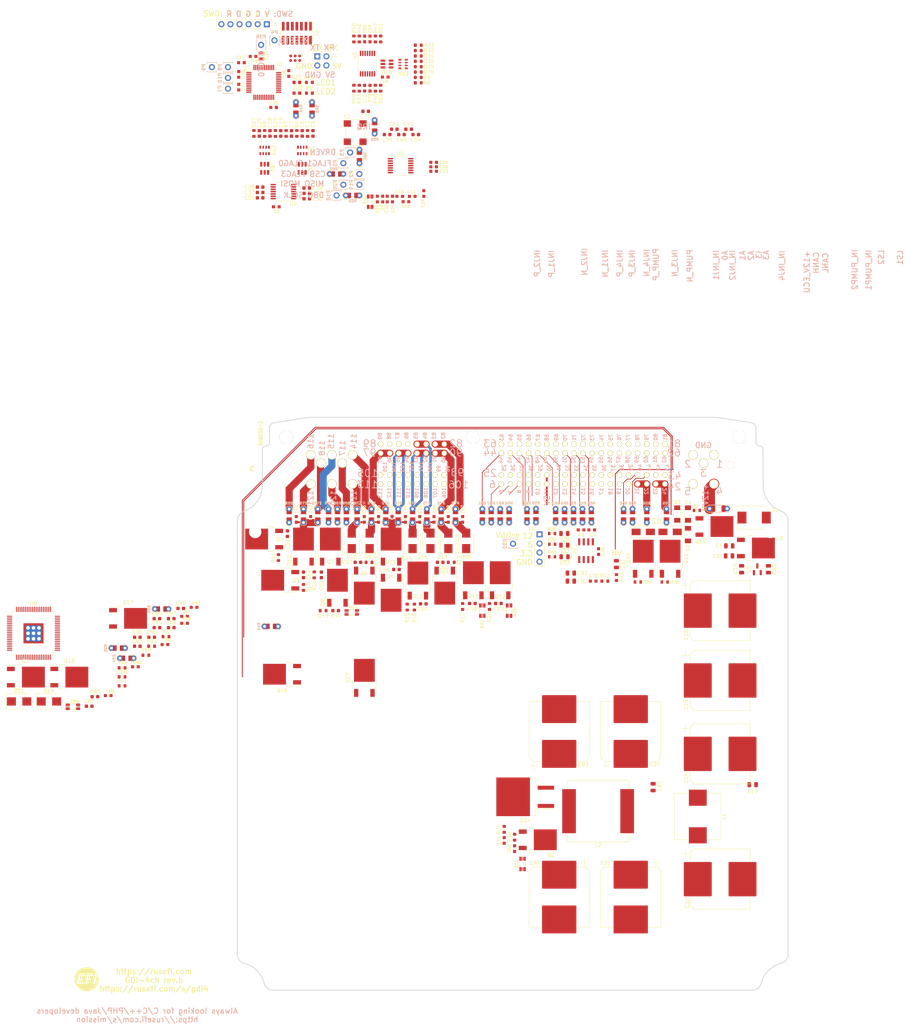
<source format=kicad_pcb>
(kicad_pcb (version 20211014) (generator pcbnew)

  (general
    (thickness 1.6)
  )

  (paper "A")
  (title_block
    (title "GDI 4ch")
    (date "2022-06-03")
    (rev "Rev. b")
    (company "http://rusefi.com/")
  )

  (layers
    (0 "F.Cu" signal)
    (1 "In1.Cu" power "GND")
    (2 "In2.Cu" power "PWR")
    (31 "B.Cu" signal)
    (32 "B.Adhes" user "B.Adhesive")
    (33 "F.Adhes" user "F.Adhesive")
    (34 "B.Paste" user)
    (35 "F.Paste" user)
    (36 "B.SilkS" user "B.Silkscreen")
    (37 "F.SilkS" user "F.Silkscreen")
    (38 "B.Mask" user)
    (39 "F.Mask" user)
    (40 "Dwgs.User" user "User.Drawings")
    (41 "Cmts.User" user "User.Comments")
    (42 "Eco1.User" user "User.Eco1")
    (43 "Eco2.User" user "User.Eco2")
    (44 "Edge.Cuts" user)
    (45 "Margin" user)
    (46 "B.CrtYd" user "B.Courtyard")
    (47 "F.CrtYd" user "F.Courtyard")
    (48 "B.Fab" user)
    (49 "F.Fab" user)
  )

  (setup
    (stackup
      (layer "F.SilkS" (type "Top Silk Screen"))
      (layer "F.Paste" (type "Top Solder Paste"))
      (layer "F.Mask" (type "Top Solder Mask") (thickness 0.01))
      (layer "F.Cu" (type "copper") (thickness 0.035))
      (layer "dielectric 1" (type "core") (thickness 0.48) (material "FR4") (epsilon_r 4.5) (loss_tangent 0.02))
      (layer "In1.Cu" (type "copper") (thickness 0.035))
      (layer "dielectric 2" (type "prepreg") (thickness 0.48) (material "FR4") (epsilon_r 4.5) (loss_tangent 0.02))
      (layer "In2.Cu" (type "copper") (thickness 0.035))
      (layer "dielectric 3" (type "core") (thickness 0.48) (material "FR4") (epsilon_r 4.5) (loss_tangent 0.02))
      (layer "B.Cu" (type "copper") (thickness 0.035))
      (layer "B.Mask" (type "Bottom Solder Mask") (thickness 0.01))
      (layer "B.Paste" (type "Bottom Solder Paste"))
      (layer "B.SilkS" (type "Bottom Silk Screen"))
      (copper_finish "None")
      (dielectric_constraints no)
    )
    (pad_to_mask_clearance 0.0762)
    (aux_axis_origin 70 144)
    (pcbplotparams
      (layerselection 0x00010f0_ffffffff)
      (disableapertmacros false)
      (usegerberextensions true)
      (usegerberattributes true)
      (usegerberadvancedattributes false)
      (creategerberjobfile false)
      (svguseinch false)
      (svgprecision 6)
      (excludeedgelayer true)
      (plotframeref false)
      (viasonmask false)
      (mode 1)
      (useauxorigin false)
      (hpglpennumber 1)
      (hpglpenspeed 20)
      (hpglpendiameter 15.000000)
      (dxfpolygonmode true)
      (dxfimperialunits true)
      (dxfusepcbnewfont true)
      (psnegative false)
      (psa4output false)
      (plotreference true)
      (plotvalue false)
      (plotinvisibletext false)
      (sketchpadsonfab false)
      (subtractmaskfromsilk false)
      (outputformat 1)
      (mirror false)
      (drillshape 0)
      (scaleselection 1)
      (outputdirectory "gerber/")
    )
  )

  (net 0 "")
  (net 1 "GND")
  (net 2 "unconnected-(P1-Pad3)")
  (net 3 "unconnected-(P1-Pad5)")
  (net 4 "unconnected-(P1-Pad10)")
  (net 5 "/OUT_PUMP_N")
  (net 6 "unconnected-(P1-Pad12)")
  (net 7 "unconnected-(P1-Pad13)")
  (net 8 "unconnected-(P1-Pad14)")
  (net 9 "unconnected-(P1-Pad15)")
  (net 10 "unconnected-(P1-Pad16)")
  (net 11 "unconnected-(P1-Pad17)")
  (net 12 "unconnected-(P1-Pad18)")
  (net 13 "unconnected-(P1-Pad19)")
  (net 14 "unconnected-(P1-Pad20)")
  (net 15 "unconnected-(P1-Pad25)")
  (net 16 "unconnected-(P1-Pad26)")
  (net 17 "unconnected-(P1-Pad27)")
  (net 18 "unconnected-(P1-Pad28)")
  (net 19 "unconnected-(P1-Pad29)")
  (net 20 "/OUT_PUMP_P")
  (net 21 "unconnected-(P1-Pad31)")
  (net 22 "unconnected-(P1-Pad32)")
  (net 23 "unconnected-(P1-Pad33)")
  (net 24 "unconnected-(P1-Pad34)")
  (net 25 "unconnected-(P1-Pad35)")
  (net 26 "unconnected-(P1-Pad36)")
  (net 27 "unconnected-(P1-Pad37)")
  (net 28 "unconnected-(P1-Pad38)")
  (net 29 "unconnected-(P1-Pad39)")
  (net 30 "+3V3")
  (net 31 "unconnected-(P1-Pad42)")
  (net 32 "unconnected-(P1-Pad43)")
  (net 33 "unconnected-(P1-Pad50)")
  (net 34 "unconnected-(P1-Pad54)")
  (net 35 "unconnected-(P1-Pad55)")
  (net 36 "unconnected-(P1-Pad56)")
  (net 37 "unconnected-(P1-Pad57)")
  (net 38 "unconnected-(P1-Pad58)")
  (net 39 "unconnected-(P1-Pad59)")
  (net 40 "unconnected-(P1-Pad60)")
  (net 41 "unconnected-(P1-Pad61)")
  (net 42 "unconnected-(P1-Pad62)")
  (net 43 "unconnected-(P1-Pad63)")
  (net 44 "unconnected-(P1-Pad64)")
  (net 45 "unconnected-(P1-Pad65)")
  (net 46 "unconnected-(P1-Pad66)")
  (net 47 "unconnected-(P1-Pad67)")
  (net 48 "unconnected-(P1-Pad68)")
  (net 49 "unconnected-(P1-Pad69)")
  (net 50 "unconnected-(P1-Pad70)")
  (net 51 "unconnected-(P1-Pad71)")
  (net 52 "unconnected-(P1-Pad72)")
  (net 53 "unconnected-(P1-Pad73)")
  (net 54 "unconnected-(P1-Pad74)")
  (net 55 "unconnected-(P1-Pad75)")
  (net 56 "unconnected-(P1-Pad76)")
  (net 57 "unconnected-(P1-Pad77)")
  (net 58 "unconnected-(P1-Pad78)")
  (net 59 "unconnected-(P1-Pad79)")
  (net 60 "unconnected-(P1-Pad80)")
  (net 61 "unconnected-(P1-Pad81)")
  (net 62 "unconnected-(P1-Pad86)")
  (net 63 "unconnected-(P1-Pad87)")
  (net 64 "unconnected-(P1-Pad88)")
  (net 65 "unconnected-(P1-Pad89)")
  (net 66 "unconnected-(P1-Pad98)")
  (net 67 "unconnected-(P1-Pad99)")
  (net 68 "unconnected-(P1-Pad100)")
  (net 69 "unconnected-(P1-Pad101)")
  (net 70 "unconnected-(P1-Pad102)")
  (net 71 "unconnected-(P1-Pad103)")
  (net 72 "unconnected-(P1-Pad104)")
  (net 73 "unconnected-(P1-Pad105)")
  (net 74 "unconnected-(P1-Pad106)")
  (net 75 "unconnected-(P1-Pad107)")
  (net 76 "unconnected-(P1-Pad108)")
  (net 77 "unconnected-(P1-Pad109)")
  (net 78 "unconnected-(P1-Pad110)")
  (net 79 "unconnected-(P1-Pad111)")
  (net 80 "unconnected-(P1-Pad112)")
  (net 81 "unconnected-(P1-Pad113)")
  (net 82 "/CAN_H")
  (net 83 "/CAN_L")
  (net 84 "+BATT")
  (net 85 "/IN_INJ1")
  (net 86 "/IN_INJ2")
  (net 87 "/IN_INJ3")
  (net 88 "+5V")
  (net 89 "Net-(C32-Pad2)")
  (net 90 "Net-(C10-Pad2)")
  (net 91 "Net-(C11-Pad2)")
  (net 92 "Net-(C13-Pad2)")
  (net 93 "/IN_PUMP1")
  (net 94 "/IN_INJ4")
  (net 95 "/VCCP")
  (net 96 "Vdrive")
  (net 97 "/IN_PUMP2")
  (net 98 "Net-(C30-Pad2)")
  (net 99 "Net-(C35-Pad2)")
  (net 100 "Net-(C36-Pad2)")
  (net 101 "Net-(C37-Pad2)")
  (net 102 "Net-(C38-Pad2)")
  (net 103 "Net-(C39-Pad1)")
  (net 104 "Net-(C39-Pad2)")
  (net 105 "Net-(C40-Pad1)")
  (net 106 "Net-(C40-Pad2)")
  (net 107 "Net-(C41-Pad1)")
  (net 108 "/H1")
  (net 109 "Net-(C42-Pad1)")
  (net 110 "/H3")
  (net 111 "/L1")
  (net 112 "/L2")
  (net 113 "/L3")
  (net 114 "/L4")
  (net 115 "Net-(C51-Pad2)")
  (net 116 "Net-(C52-Pad2)")
  (net 117 "Net-(C53-Pad2)")
  (net 118 "Net-(C54-Pad2)")
  (net 119 "Net-(C55-Pad2)")
  (net 120 "Net-(C56-Pad2)")
  (net 121 "Net-(C57-Pad2)")
  (net 122 "Net-(C58-Pad2)")
  (net 123 "Net-(C59-Pad2)")
  (net 124 "Net-(C60-Pad2)")
  (net 125 "Net-(C61-Pad2)")
  (net 126 "/H5")
  (net 127 "Net-(C62-Pad2)")
  (net 128 "Net-(C63-Pad2)")
  (net 129 "Net-(C64-Pad1)")
  (net 130 "/L5")
  (net 131 "Net-(C73-Pad2)")
  (net 132 "Net-(C74-Pad2)")
  (net 133 "Net-(D1-Pad1)")
  (net 134 "Net-(D2-Pad2)")
  (net 135 "Net-(D3-Pad2)")
  (net 136 "Net-(D4-Pad2)")
  (net 137 "/OUT_LS1")
  (net 138 "/OUT_LS2")
  (net 139 "unconnected-(D8-Pad1)")
  (net 140 "unconnected-(D8-Pad3)")
  (net 141 "Net-(D20-Pad1)")
  (net 142 "Net-(D20-Pad2)")
  (net 143 "Net-(D21-Pad1)")
  (net 144 "/LED_GREEN")
  (net 145 "Net-(D28-Pad2)")
  (net 146 "Net-(D32-Pad2)")
  (net 147 "Net-(D33-Pad2)")
  (net 148 "Net-(F1-Pad1)")
  (net 149 "/UART_TX")
  (net 150 "/UART_RX")
  (net 151 "unconnected-(J2-Pad1)")
  (net 152 "unconnected-(J2-Pad2)")
  (net 153 "/SWDIO")
  (net 154 "/SWCLK")
  (net 155 "/SWO")
  (net 156 "unconnected-(J2-Pad9)")
  (net 157 "unconnected-(J2-Pad10)")
  (net 158 "/nRESET")
  (net 159 "unconnected-(J3-Pad6)")
  (net 160 "unconnected-(J4-Pad6)")
  (net 161 "Net-(P1-Pad6)")
  (net 162 "Net-(P1-Pad7)")
  (net 163 "Net-(P1-Pad8)")
  (net 164 "Net-(P1-Pad9)")
  (net 165 "Net-(P1-Pad21)")
  (net 166 "Net-(P1-Pad23)")
  (net 167 "Net-(P1-Pad40)")
  (net 168 "Net-(P1-Pad41)")
  (net 169 "Net-(P1-Pad44)")
  (net 170 "Net-(P1-Pad45)")
  (net 171 "Net-(P1-Pad46)")
  (net 172 "Net-(P1-Pad47)")
  (net 173 "Net-(P1-Pad48)")
  (net 174 "Net-(P1-Pad49)")
  (net 175 "Net-(P1-Pad51)")
  (net 176 "Net-(P1-Pad52)")
  (net 177 "Net-(P1-Pad53)")
  (net 178 "/OUT_INJ3_N")
  (net 179 "/OUT_INJ4_N")
  (net 180 "/OUT_INJ3_P")
  (net 181 "/OUT_INJ4_P")
  (net 182 "/OUT_INJ1_N")
  (net 183 "/H7")
  (net 184 "/L7")
  (net 185 "/IN_INJ5")
  (net 186 "/OUT_INJ1_P")
  (net 187 "/OUT_INJ2_N")
  (net 188 "/IN_INJ6")
  (net 189 "/OUT_INJ2_P")
  (net 190 "/CSB")
  (net 191 "/DRVEN")
  (net 192 "/RESETB")
  (net 193 "/FLAG_0")
  (net 194 "Net-(C87-Pad2)")
  (net 195 "Net-(P7-Pad1)")
  (net 196 "Net-(P8-Pad1)")
  (net 197 "Net-(P9-Pad1)")
  (net 198 "Net-(P10-Pad1)")
  (net 199 "Net-(C88-Pad2)")
  (net 200 "Net-(R44-Pad2)")
  (net 201 "Net-(R55-Pad2)")
  (net 202 "Net-(R80-Pad1)")
  (net 203 "/IRQ")
  (net 204 "Net-(R81-Pad1)")
  (net 205 "/FLAG_1")
  (net 206 "/SCLK")
  (net 207 "/MISO")
  (net 208 "/MOSI")
  (net 209 "Net-(R82-Pad1)")
  (net 210 "/FLAG_2")
  (net 211 "Net-(R83-Pad1)")
  (net 212 "/DBG")
  (net 213 "/L6")
  (net 214 "/LS1")
  (net 215 "/LS2")
  (net 216 "/IN_A0")
  (net 217 "Net-(R10-Pad1)")
  (net 218 "Net-(R11-Pad1)")
  (net 219 "Net-(R13-Pad1)")
  (net 220 "Net-(R14-Pad1)")
  (net 221 "Net-(R15-Pad1)")
  (net 222 "Net-(R16-Pad1)")
  (net 223 "Net-(R17-Pad1)")
  (net 224 "Net-(R18-Pad1)")
  (net 225 "Net-(R19-Pad1)")
  (net 226 "Net-(R20-Pad1)")
  (net 227 "Net-(R24-Pad2)")
  (net 228 "/IN_A1")
  (net 229 "/IN_A2")
  (net 230 "/IN_A3")
  (net 231 "unconnected-(Y2-Pad1)")
  (net 232 "/A0")
  (net 233 "Net-(R46-Pad2)")
  (net 234 "/A1")
  (net 235 "Net-(R47-Pad2)")
  (net 236 "/A2")
  (net 237 "Net-(R48-Pad2)")
  (net 238 "/A3")
  (net 239 "Net-(R49-Pad2)")
  (net 240 "/Boot0")
  (net 241 "Net-(C93-Pad1)")
  (net 242 "Net-(C93-Pad2)")
  (net 243 "Net-(C94-Pad2)")
  (net 244 "Net-(C95-Pad1)")
  (net 245 "/CLK")
  (net 246 "/START1")
  (net 247 "/START2")
  (net 248 "/START3")
  (net 249 "/START4")
  (net 250 "/START5")
  (net 251 "/START6")
  (net 252 "/OA_1")
  (net 253 "/OA_2")
  (net 254 "/CAN_TX")
  (net 255 "/CAN_RX")
  (net 256 "Net-(C10-Pad1)")
  (net 257 "Net-(C11-Pad1)")
  (net 258 "Net-(C13-Pad1)")
  (net 259 "Net-(C24-Pad1)")
  (net 260 "Net-(C24-Pad2)")
  (net 261 "/Vdrive_coil")
  (net 262 "/+Batt_filtered")
  (net 263 "/Vdrive_shunt")
  (net 264 "Net-(C54-Pad1)")
  (net 265 "Net-(C58-Pad1)")
  (net 266 "Net-(C63-Pad1)")
  (net 267 "Net-(C66-Pad2)")
  (net 268 "Net-(C69-Pad2)")
  (net 269 "Net-(C70-Pad2)")
  (net 270 "Net-(C72-Pad2)")
  (net 271 "Net-(D31-Pad2)")
  (net 272 "unconnected-(R45-Pad2)")
  (net 273 "unconnected-(R45-Pad3)")
  (net 274 "Net-(C95-Pad2)")
  (net 275 "Net-(C96-Pad2)")
  (net 276 "Net-(C97-Pad1)")
  (net 277 "Net-(C98-Pad1)")
  (net 278 "Net-(C99-Pad1)")
  (net 279 "Net-(C99-Pad2)")
  (net 280 "/OUT_INJ6_N")
  (net 281 "/OUT_INJ5_P")
  (net 282 "/OUT_INJ5_N")
  (net 283 "/OUT_INJ6_P")
  (net 284 "Net-(R91-Pad1)")
  (net 285 "Net-(R92-Pad1)")
  (net 286 "Net-(R93-Pad1)")
  (net 287 "Net-(R94-Pad1)")
  (net 288 "Net-(R95-Pad1)")
  (net 289 "/FLAG_4")
  (net 290 "Net-(R96-Pad1)")
  (net 291 "/FLAG_3")
  (net 292 "/START7")
  (net 293 "/START8")
  (net 294 "unconnected-(U1-Pad6)")
  (net 295 "unconnected-(U1-Pad8)")
  (net 296 "unconnected-(U1-Pad10)")
  (net 297 "unconnected-(U1-Pad12)")
  (net 298 "/OA_3")

  (footprint "hellen-one-common:PAD-0805-PAD" (layer "F.Cu") (at 128 53.5 -90))

  (footprint "Diode_SMD:D_SMB" (layer "F.Cu") (at 124 60.5 90))

  (footprint "Capacitor_SMD:C_0603_1608Metric" (layer "F.Cu") (at 122.9 -54.475 180))

  (footprint "Capacitor_SMD:C_0603_1608Metric" (layer "F.Cu") (at 81.375 -35.3))

  (footprint "kicad6-libraries:Shunt_1206" (layer "F.Cu") (at 151 80 -90))

  (footprint "hellen-one-common:PAD-TH" (layer "F.Cu") (at 104.65 -38.975 90))

  (footprint "hellen-one-common:PAD-0805-PAD" (layer "F.Cu") (at 103 53.5 -90))

  (footprint "Resistor_SMD:R_0603_1608Metric" (layer "F.Cu") (at 145.5 78.825 90))

  (footprint "Resistor_SMD:R_0603_1608Metric" (layer "F.Cu") (at 149.625 141.075 90))

  (footprint "hellen-one-common:C0603" (layer "F.Cu") (at 152.525 146.475 90))

  (footprint "hellen-one-common:PAD-0805-PAD" (layer "F.Cu") (at 105.5 53.5 -90))

  (footprint "hellen-one-common:PAD-0805-PAD" (layer "F.Cu") (at 174 53.5 -90))

  (footprint "Resistor_SMD:R_0603_1608Metric" (layer "F.Cu") (at 107.6 -79.6875 -90))

  (footprint "hellen-one-common:PAD-0805-PAD" (layer "F.Cu") (at 95.9 -60.145 90))

  (footprint "Package_TO_SOT_SMD:TO-252-2" (layer "F.Cu") (at 44.45 82.15))

  (footprint "kicad6-libraries:rusefi_logo" (layer "F.Cu") (at 32.9 183))

  (footprint "Diode_SMD:D_SMB" (layer "F.Cu") (at 129 60.5 -90))

  (footprint "hellen-one-common:C0603" (layer "F.Cu") (at 116.9 -34.975 90))

  (footprint "Resistor_SMD:R_0603_1608Metric" (layer "F.Cu") (at 109.1 -65.9375 -90))

  (footprint "hellen-one-common:C0603" (layer "F.Cu") (at 176 63.5 -90))

  (footprint "Resistor_SMD:R_0603_1608Metric" (layer "F.Cu") (at 125.6 -76.4375 180))

  (footprint "Package_QFP:LQFP-48_7x7mm_P0.5mm" (layer "F.Cu") (at 82.4 -67.55))

  (footprint "hellen-one-common:C0603" (layer "F.Cu") (at 171.1 57.45 180))

  (footprint "Resistor_SMD:R_0603_1608Metric" (layer "F.Cu") (at 125.6 -67.4375 180))

  (footprint "Resistor_SMD:R_0603_1608Metric" (layer "F.Cu") (at 125.6 -70.4375 180))

  (footprint "Capacitor_SMD:CP_Elec_16x17.5" (layer "F.Cu") (at 185 160 -90))

  (footprint "hellen-one-common:PAD-0805-PAD" (layer "F.Cu") (at 148.5 53.5 -90))

  (footprint "Resistor_SMD:R_0603_1608Metric" (layer "F.Cu") (at 122.5 79 90))

  (footprint "hellen-one-common:PAD-0805-PAD" (layer "F.Cu") (at 189.5 53.5 -90))

  (footprint "hellen-one-common:PAD-0805-PAD" (layer "F.Cu") (at 116.5 53.5 -90))

  (footprint "kicad6-libraries:Shunt_1206" (layer "F.Cu") (at 29.04002 106.837928))

  (footprint "hellen-one-common:C0603" (layer "F.Cu") (at 54.770001 89.454986))

  (footprint "hellen-one-common:C0603" (layer "F.Cu") (at 174.1 57.45 180))

  (footprint "Resistor_SMD:R_0603_1608Metric" (layer "F.Cu") (at 125.6 -71.9375))

  (footprint "hellen-one-common:C0603" (layer "F.Cu") (at 129.9 -42.725 180))

  (footprint "Package_TO_SOT_SMD:TO-252-2" (layer "F.Cu") (at 118 62.1 90))

  (footprint "Resistor_SMD:R_0603_1608Metric" (layer "F.Cu") (at 113.6 -79.6875 -90))

  (footprint "hellen-one-common:PAD-0805-PAD" (layer "F.Cu") (at 107.245 -35.975 180))

  (footprint "Resistor_SMD:R_0603_1608Metric" (layer "F.Cu") (at 111.825 66.5 180))

  (footprint "Package_TO_SOT_SMD:TO-252-2" (layer "F.Cu") (at 141 71.5 90))

  (footprint "Package_TO_SOT_SMD:TO-252-2" (layer "F.Cu") (at 220 62.5))

  (footprint "Oscillator:Oscillator_SMD_Diodes_FN-4Pin_7.0x5.0mm" (layer "F.Cu") (at 107.95 -53.515))

  (footprint "hellen-one-common:C0603" (layer "F.Cu") (at 149.625 144.175 90))

  (footprint "Package_TO_SOT_SMD:TO-252-2" (layer "F.Cu") (at 110.525 98.775 90))

  (footprint "Diode_SMD:D_SMB" (layer "F.Cu") (at 112 60.5 90))

  (footprint "Package_SO:TSSOP-14_4.4x5mm_P0.65mm" (layer "F.Cu") (at 120.65 -44.3))

  (footprint "Capacitor_SMD:C_0603_1608Metric" (layer "F.Cu") (at 33.57 106.69))

  (footprint "Inductor_SMD:L_Wuerth_HCI-1350" (layer "F.Cu") (at 203.75 137.5 -90))

  (footprint "Capacitor_SMD:C_0603_1608Metric" (layer "F.Cu") (at 148 78 180))

  (footprint "Package_TO_SOT_SMD:SOT-23-6" (layer "F.Cu") (at 82.65 -43.55 -90))

  (footprint "Resistor_SMD:R_0603_1608Metric" (layer "F.Cu")
    (tedit 5F68FEEE) (tstamp 31a53796-c924-425c-ac92-1f0d501027c7)
    (at 95.15 -67.55 180)
    (descr "Resistor SMD 0603 (1608 Metric), square (rectangular) end terminal, IPC_7351 nominal, (Body size source: IPC-SM-782 page 72, https://www.pcb-3d.com/wordpress/wp-content/uploads/ipc-sm-782a_amendment_1_and_2.pdf), generated with kicad-footprint-generator")
    (tags "resistor")
    (property "LCSC" "C21190")
    (property "Sheetfile" "GDI-6ch.kicad_sch")
    (property "Sheetname" "")
    (path "/6be47d19-9f0f-44dc-9007-dbed937b061c")
    (attr smd)
    (fp_text reference "R23" (at 0.176334 1.280637) (layer "F.SilkS")
      (effects (font (size 1 1) (thickness 0.15)))
      (tstamp 22bc81d5-133b-4d1e-bb64-884c17cb825d)
    )
    (fp_text value "1K" (at 0 1.43) (layer "F.Fab")
      (effects (font (size 1 1) (thickness 0.15)))
      (tstamp 7a3aefc9-915b-41e7-b962-5450254a5034)
    )
    (fp_text user "${REFERENCE}" (at 0 0) (layer "F.Fab")
      (effects (font (size 0.4 0.4) (thickness 0.06)))
      (tstamp cbf193d5-c339-4683-99a3-d89192aa5c32)
    )
    (fp_line (start -0.237258 -0.5225) (end 0.237258 -0.5225) (layer "F.SilkS") (width 0.12) (tstamp 3d172ed3-d962-432a-ab36-89a3c838f827))
    (fp_line (start -0.237258 0.5225) (end 0.237258 0.5225) (layer "F.SilkS") (width 0.12) (tstamp 859a77eb-19b7-4410-ae5a-3069c4d9580b))
    (fp_line (start -1.48 -0.73) (end 1.48 -0.73) (layer "F.CrtYd") (width 0.05) (tstamp 027b522b-4227-4e43-86ca-58baf1dc2d8c))
    (fp_line (start 1.48 -0.73) (end 1.48 0.73) (layer "F.CrtYd") (width 0.05) (tstamp 2ecce095-ebeb-46f3-b95f-74cb15721f9c))
    (fp_line (start -1.48 0.73) (end -1.48 -0.73) (layer "F.CrtYd") (width 0.05) (tstamp 36a32b77-5c6d-41bc-bcec-fa9739f2e402))
    (fp_line (start 1.48 0.73) (end -1.48 0.73) (layer "F.CrtYd") (width 0.05) (tstamp 9c47cb5c-623e-4338-8f38-a7c4a0f89793))
    (fp_line (start 0.8 -0.4125) (end 0.8 0.4125) (layer "F.Fab") (width 0.1) (tstamp 27dc23fe-58b6-49a5-96f7-ae1c17cf5172))
    (fp_line (start -0.8 -0.4125) (end 0.8 -0.4125) (layer "F.Fab") (width 0.1
... [869199 chars truncated]
</source>
